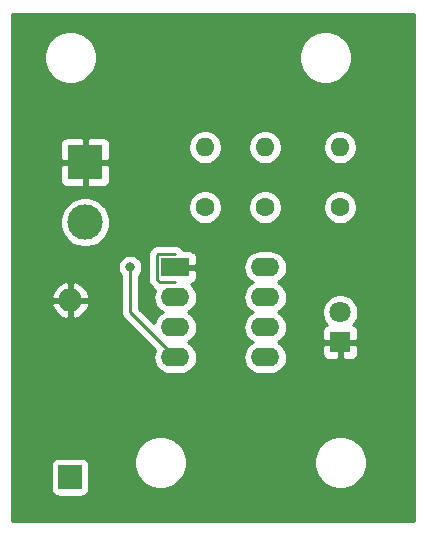
<source format=gbr>
%TF.GenerationSoftware,KiCad,Pcbnew,5.1.9-73d0e3b20d~88~ubuntu20.04.1*%
%TF.CreationDate,2021-02-11T17:45:22+05:30*%
%TF.ProjectId,Design your own Circuit Boards using Kicad Part 1 (FREE software),44657369-676e-4207-996f-7572206f776e,rev?*%
%TF.SameCoordinates,Original*%
%TF.FileFunction,Copper,L2,Bot*%
%TF.FilePolarity,Positive*%
%FSLAX46Y46*%
G04 Gerber Fmt 4.6, Leading zero omitted, Abs format (unit mm)*
G04 Created by KiCad (PCBNEW 5.1.9-73d0e3b20d~88~ubuntu20.04.1) date 2021-02-11 17:45:22*
%MOMM*%
%LPD*%
G01*
G04 APERTURE LIST*
%TA.AperFunction,ComponentPad*%
%ADD10C,1.600000*%
%TD*%
%TA.AperFunction,ComponentPad*%
%ADD11O,1.600000X1.600000*%
%TD*%
%TA.AperFunction,ComponentPad*%
%ADD12R,2.400000X1.600000*%
%TD*%
%TA.AperFunction,ComponentPad*%
%ADD13O,2.400000X1.600000*%
%TD*%
%TA.AperFunction,ComponentPad*%
%ADD14R,3.000000X3.000000*%
%TD*%
%TA.AperFunction,ComponentPad*%
%ADD15C,3.000000*%
%TD*%
%TA.AperFunction,ComponentPad*%
%ADD16R,2.000000X2.000000*%
%TD*%
%TA.AperFunction,ComponentPad*%
%ADD17O,2.000000X2.000000*%
%TD*%
%TA.AperFunction,ComponentPad*%
%ADD18R,1.800000X1.800000*%
%TD*%
%TA.AperFunction,ComponentPad*%
%ADD19C,1.800000*%
%TD*%
%TA.AperFunction,ViaPad*%
%ADD20C,0.800000*%
%TD*%
%TA.AperFunction,Conductor*%
%ADD21C,0.250000*%
%TD*%
%TA.AperFunction,Conductor*%
%ADD22C,0.254000*%
%TD*%
%TA.AperFunction,Conductor*%
%ADD23C,0.100000*%
%TD*%
G04 APERTURE END LIST*
D10*
%TO.P,R1,1*%
%TO.N,+9V*%
X69850000Y-93980000D03*
D11*
%TO.P,R1,2*%
%TO.N,1*%
X69850000Y-88900000D03*
%TD*%
D12*
%TO.P,U1,1*%
%TO.N,GND*%
X62230000Y-99060000D03*
D13*
%TO.P,U1,5*%
%TO.N,Net-(U1-Pad5)*%
X69850000Y-106680000D03*
%TO.P,U1,2*%
%TO.N,Net-(C1-Pad1)*%
X62230000Y-101600000D03*
%TO.P,U1,6*%
X69850000Y-104140000D03*
%TO.P,U1,3*%
%TO.N,Net-(R2-Pad2)*%
X62230000Y-104140000D03*
%TO.P,U1,7*%
%TO.N,1*%
X69850000Y-101600000D03*
%TO.P,U1,4*%
%TO.N,+9V*%
X62230000Y-106680000D03*
%TO.P,U1,8*%
X69850000Y-99060000D03*
%TD*%
D11*
%TO.P,R2,2*%
%TO.N,Net-(R2-Pad2)*%
X64770000Y-88900000D03*
D10*
%TO.P,R2,1*%
%TO.N,Net-(D1-Pad2)*%
X64770000Y-93980000D03*
%TD*%
%TO.P,R3,1*%
%TO.N,1*%
X76200000Y-93980000D03*
D11*
%TO.P,R3,2*%
%TO.N,Net-(C1-Pad1)*%
X76200000Y-88900000D03*
%TD*%
D14*
%TO.P,J1,1*%
%TO.N,GND*%
X54610000Y-90170000D03*
D15*
%TO.P,J1,2*%
%TO.N,+9V*%
X54610000Y-95250000D03*
%TD*%
D16*
%TO.P,C1,1*%
%TO.N,Net-(C1-Pad1)*%
X53340000Y-116840000D03*
D17*
%TO.P,C1,2*%
%TO.N,GND*%
X53340000Y-101840000D03*
%TD*%
D18*
%TO.P,D1,1*%
%TO.N,GND*%
X76200000Y-105410000D03*
D19*
%TO.P,D1,2*%
%TO.N,Net-(D1-Pad2)*%
X76200000Y-102870000D03*
%TD*%
D20*
%TO.N,+9V*%
X58420000Y-99060000D03*
%TD*%
D21*
%TO.N,*%
X60704999Y-100120001D02*
X60704999Y-97999999D01*
X62230000Y-100330000D02*
X60914998Y-100330000D01*
X60914998Y-100330000D02*
X60704999Y-100120001D01*
X60769999Y-97934999D02*
X62230000Y-97934999D01*
X60704999Y-97999999D02*
X60769999Y-97934999D01*
%TO.N,GND*%
X62680010Y-98609990D02*
X62230000Y-99060000D01*
%TO.N,+9V*%
X58420000Y-99060000D02*
X58420000Y-102870000D01*
X58420000Y-102870000D02*
X62230000Y-106680000D01*
%TD*%
D22*
%TO.N,GND*%
X82423000Y-120523000D02*
X48387000Y-120523000D01*
X48387000Y-115840000D01*
X51701928Y-115840000D01*
X51701928Y-117840000D01*
X51714188Y-117964482D01*
X51750498Y-118084180D01*
X51809463Y-118194494D01*
X51888815Y-118291185D01*
X51985506Y-118370537D01*
X52095820Y-118429502D01*
X52215518Y-118465812D01*
X52340000Y-118478072D01*
X54340000Y-118478072D01*
X54464482Y-118465812D01*
X54584180Y-118429502D01*
X54694494Y-118370537D01*
X54791185Y-118291185D01*
X54870537Y-118194494D01*
X54929502Y-118084180D01*
X54965812Y-117964482D01*
X54978072Y-117840000D01*
X54978072Y-115840000D01*
X54965812Y-115715518D01*
X54929502Y-115595820D01*
X54870537Y-115485506D01*
X54791185Y-115388815D01*
X54743733Y-115349872D01*
X58725000Y-115349872D01*
X58725000Y-115790128D01*
X58810890Y-116221925D01*
X58979369Y-116628669D01*
X59223962Y-116994729D01*
X59535271Y-117306038D01*
X59901331Y-117550631D01*
X60308075Y-117719110D01*
X60739872Y-117805000D01*
X61180128Y-117805000D01*
X61611925Y-117719110D01*
X62018669Y-117550631D01*
X62384729Y-117306038D01*
X62696038Y-116994729D01*
X62940631Y-116628669D01*
X63109110Y-116221925D01*
X63195000Y-115790128D01*
X63195000Y-115349872D01*
X73965000Y-115349872D01*
X73965000Y-115790128D01*
X74050890Y-116221925D01*
X74219369Y-116628669D01*
X74463962Y-116994729D01*
X74775271Y-117306038D01*
X75141331Y-117550631D01*
X75548075Y-117719110D01*
X75979872Y-117805000D01*
X76420128Y-117805000D01*
X76851925Y-117719110D01*
X77258669Y-117550631D01*
X77624729Y-117306038D01*
X77936038Y-116994729D01*
X78180631Y-116628669D01*
X78349110Y-116221925D01*
X78435000Y-115790128D01*
X78435000Y-115349872D01*
X78349110Y-114918075D01*
X78180631Y-114511331D01*
X77936038Y-114145271D01*
X77624729Y-113833962D01*
X77258669Y-113589369D01*
X76851925Y-113420890D01*
X76420128Y-113335000D01*
X75979872Y-113335000D01*
X75548075Y-113420890D01*
X75141331Y-113589369D01*
X74775271Y-113833962D01*
X74463962Y-114145271D01*
X74219369Y-114511331D01*
X74050890Y-114918075D01*
X73965000Y-115349872D01*
X63195000Y-115349872D01*
X63109110Y-114918075D01*
X62940631Y-114511331D01*
X62696038Y-114145271D01*
X62384729Y-113833962D01*
X62018669Y-113589369D01*
X61611925Y-113420890D01*
X61180128Y-113335000D01*
X60739872Y-113335000D01*
X60308075Y-113420890D01*
X59901331Y-113589369D01*
X59535271Y-113833962D01*
X59223962Y-114145271D01*
X58979369Y-114511331D01*
X58810890Y-114918075D01*
X58725000Y-115349872D01*
X54743733Y-115349872D01*
X54694494Y-115309463D01*
X54584180Y-115250498D01*
X54464482Y-115214188D01*
X54340000Y-115201928D01*
X52340000Y-115201928D01*
X52215518Y-115214188D01*
X52095820Y-115250498D01*
X51985506Y-115309463D01*
X51888815Y-115388815D01*
X51809463Y-115485506D01*
X51750498Y-115595820D01*
X51714188Y-115715518D01*
X51701928Y-115840000D01*
X48387000Y-115840000D01*
X48387000Y-102220435D01*
X51749871Y-102220435D01*
X51854644Y-102523344D01*
X52016499Y-102799992D01*
X52229215Y-103039748D01*
X52484618Y-103233399D01*
X52772893Y-103373502D01*
X52959566Y-103430124D01*
X53213000Y-103310777D01*
X53213000Y-101967000D01*
X53467000Y-101967000D01*
X53467000Y-103310777D01*
X53720434Y-103430124D01*
X53907107Y-103373502D01*
X54195382Y-103233399D01*
X54450785Y-103039748D01*
X54663501Y-102799992D01*
X54825356Y-102523344D01*
X54930129Y-102220435D01*
X54811315Y-101967000D01*
X53467000Y-101967000D01*
X53213000Y-101967000D01*
X51868685Y-101967000D01*
X51749871Y-102220435D01*
X48387000Y-102220435D01*
X48387000Y-101459565D01*
X51749871Y-101459565D01*
X51868685Y-101713000D01*
X53213000Y-101713000D01*
X53213000Y-100369223D01*
X53467000Y-100369223D01*
X53467000Y-101713000D01*
X54811315Y-101713000D01*
X54930129Y-101459565D01*
X54825356Y-101156656D01*
X54663501Y-100880008D01*
X54450785Y-100640252D01*
X54195382Y-100446601D01*
X53907107Y-100306498D01*
X53720434Y-100249876D01*
X53467000Y-100369223D01*
X53213000Y-100369223D01*
X52959566Y-100249876D01*
X52772893Y-100306498D01*
X52484618Y-100446601D01*
X52229215Y-100640252D01*
X52016499Y-100880008D01*
X51854644Y-101156656D01*
X51749871Y-101459565D01*
X48387000Y-101459565D01*
X48387000Y-98958061D01*
X57385000Y-98958061D01*
X57385000Y-99161939D01*
X57424774Y-99361898D01*
X57502795Y-99550256D01*
X57616063Y-99719774D01*
X57660000Y-99763711D01*
X57660001Y-102832668D01*
X57656324Y-102870000D01*
X57660001Y-102907333D01*
X57662449Y-102932182D01*
X57670998Y-103018985D01*
X57714454Y-103162246D01*
X57785026Y-103294276D01*
X57821648Y-103338899D01*
X57880000Y-103410001D01*
X57908998Y-103433799D01*
X60534592Y-106059393D01*
X60497818Y-106128192D01*
X60415764Y-106398691D01*
X60388057Y-106680000D01*
X60415764Y-106961309D01*
X60497818Y-107231808D01*
X60631068Y-107481101D01*
X60810392Y-107699608D01*
X61028899Y-107878932D01*
X61278192Y-108012182D01*
X61548691Y-108094236D01*
X61759508Y-108115000D01*
X62700492Y-108115000D01*
X62911309Y-108094236D01*
X63181808Y-108012182D01*
X63431101Y-107878932D01*
X63649608Y-107699608D01*
X63828932Y-107481101D01*
X63962182Y-107231808D01*
X64044236Y-106961309D01*
X64071943Y-106680000D01*
X64044236Y-106398691D01*
X63962182Y-106128192D01*
X63828932Y-105878899D01*
X63649608Y-105660392D01*
X63431101Y-105481068D01*
X63298142Y-105410000D01*
X63431101Y-105338932D01*
X63649608Y-105159608D01*
X63828932Y-104941101D01*
X63962182Y-104691808D01*
X64044236Y-104421309D01*
X64071943Y-104140000D01*
X64044236Y-103858691D01*
X63962182Y-103588192D01*
X63828932Y-103338899D01*
X63649608Y-103120392D01*
X63431101Y-102941068D01*
X63298142Y-102870000D01*
X63431101Y-102798932D01*
X63649608Y-102619608D01*
X63828932Y-102401101D01*
X63962182Y-102151808D01*
X64044236Y-101881309D01*
X64071943Y-101600000D01*
X64044236Y-101318691D01*
X63962182Y-101048192D01*
X63828932Y-100798899D01*
X63649608Y-100580392D01*
X63536518Y-100487581D01*
X63554482Y-100485812D01*
X63674180Y-100449502D01*
X63784494Y-100390537D01*
X63881185Y-100311185D01*
X63960537Y-100214494D01*
X64019502Y-100104180D01*
X64055812Y-99984482D01*
X64068072Y-99860000D01*
X64065000Y-99345750D01*
X63906250Y-99187000D01*
X62357000Y-99187000D01*
X62357000Y-99207000D01*
X62103000Y-99207000D01*
X62103000Y-99187000D01*
X62083000Y-99187000D01*
X62083000Y-99060000D01*
X68008057Y-99060000D01*
X68035764Y-99341309D01*
X68117818Y-99611808D01*
X68251068Y-99861101D01*
X68430392Y-100079608D01*
X68648899Y-100258932D01*
X68781858Y-100330000D01*
X68648899Y-100401068D01*
X68430392Y-100580392D01*
X68251068Y-100798899D01*
X68117818Y-101048192D01*
X68035764Y-101318691D01*
X68008057Y-101600000D01*
X68035764Y-101881309D01*
X68117818Y-102151808D01*
X68251068Y-102401101D01*
X68430392Y-102619608D01*
X68648899Y-102798932D01*
X68781858Y-102870000D01*
X68648899Y-102941068D01*
X68430392Y-103120392D01*
X68251068Y-103338899D01*
X68117818Y-103588192D01*
X68035764Y-103858691D01*
X68008057Y-104140000D01*
X68035764Y-104421309D01*
X68117818Y-104691808D01*
X68251068Y-104941101D01*
X68430392Y-105159608D01*
X68648899Y-105338932D01*
X68781858Y-105410000D01*
X68648899Y-105481068D01*
X68430392Y-105660392D01*
X68251068Y-105878899D01*
X68117818Y-106128192D01*
X68035764Y-106398691D01*
X68008057Y-106680000D01*
X68035764Y-106961309D01*
X68117818Y-107231808D01*
X68251068Y-107481101D01*
X68430392Y-107699608D01*
X68648899Y-107878932D01*
X68898192Y-108012182D01*
X69168691Y-108094236D01*
X69379508Y-108115000D01*
X70320492Y-108115000D01*
X70531309Y-108094236D01*
X70801808Y-108012182D01*
X71051101Y-107878932D01*
X71269608Y-107699608D01*
X71448932Y-107481101D01*
X71582182Y-107231808D01*
X71664236Y-106961309D01*
X71691943Y-106680000D01*
X71664236Y-106398691D01*
X71637333Y-106310000D01*
X74661928Y-106310000D01*
X74674188Y-106434482D01*
X74710498Y-106554180D01*
X74769463Y-106664494D01*
X74848815Y-106761185D01*
X74945506Y-106840537D01*
X75055820Y-106899502D01*
X75175518Y-106935812D01*
X75300000Y-106948072D01*
X75914250Y-106945000D01*
X76073000Y-106786250D01*
X76073000Y-105537000D01*
X76327000Y-105537000D01*
X76327000Y-106786250D01*
X76485750Y-106945000D01*
X77100000Y-106948072D01*
X77224482Y-106935812D01*
X77344180Y-106899502D01*
X77454494Y-106840537D01*
X77551185Y-106761185D01*
X77630537Y-106664494D01*
X77689502Y-106554180D01*
X77725812Y-106434482D01*
X77738072Y-106310000D01*
X77735000Y-105695750D01*
X77576250Y-105537000D01*
X76327000Y-105537000D01*
X76073000Y-105537000D01*
X74823750Y-105537000D01*
X74665000Y-105695750D01*
X74661928Y-106310000D01*
X71637333Y-106310000D01*
X71582182Y-106128192D01*
X71448932Y-105878899D01*
X71269608Y-105660392D01*
X71051101Y-105481068D01*
X70918142Y-105410000D01*
X71051101Y-105338932D01*
X71269608Y-105159608D01*
X71448932Y-104941101D01*
X71582182Y-104691808D01*
X71637332Y-104510000D01*
X74661928Y-104510000D01*
X74665000Y-105124250D01*
X74823750Y-105283000D01*
X76073000Y-105283000D01*
X76073000Y-105263000D01*
X76327000Y-105263000D01*
X76327000Y-105283000D01*
X77576250Y-105283000D01*
X77735000Y-105124250D01*
X77738072Y-104510000D01*
X77725812Y-104385518D01*
X77689502Y-104265820D01*
X77630537Y-104155506D01*
X77551185Y-104058815D01*
X77454494Y-103979463D01*
X77344180Y-103920498D01*
X77325873Y-103914944D01*
X77392312Y-103848505D01*
X77560299Y-103597095D01*
X77676011Y-103317743D01*
X77735000Y-103021184D01*
X77735000Y-102718816D01*
X77676011Y-102422257D01*
X77560299Y-102142905D01*
X77392312Y-101891495D01*
X77178505Y-101677688D01*
X76927095Y-101509701D01*
X76647743Y-101393989D01*
X76351184Y-101335000D01*
X76048816Y-101335000D01*
X75752257Y-101393989D01*
X75472905Y-101509701D01*
X75221495Y-101677688D01*
X75007688Y-101891495D01*
X74839701Y-102142905D01*
X74723989Y-102422257D01*
X74665000Y-102718816D01*
X74665000Y-103021184D01*
X74723989Y-103317743D01*
X74839701Y-103597095D01*
X75007688Y-103848505D01*
X75074127Y-103914944D01*
X75055820Y-103920498D01*
X74945506Y-103979463D01*
X74848815Y-104058815D01*
X74769463Y-104155506D01*
X74710498Y-104265820D01*
X74674188Y-104385518D01*
X74661928Y-104510000D01*
X71637332Y-104510000D01*
X71664236Y-104421309D01*
X71691943Y-104140000D01*
X71664236Y-103858691D01*
X71582182Y-103588192D01*
X71448932Y-103338899D01*
X71269608Y-103120392D01*
X71051101Y-102941068D01*
X70918142Y-102870000D01*
X71051101Y-102798932D01*
X71269608Y-102619608D01*
X71448932Y-102401101D01*
X71582182Y-102151808D01*
X71664236Y-101881309D01*
X71691943Y-101600000D01*
X71664236Y-101318691D01*
X71582182Y-101048192D01*
X71448932Y-100798899D01*
X71269608Y-100580392D01*
X71051101Y-100401068D01*
X70918142Y-100330000D01*
X71051101Y-100258932D01*
X71269608Y-100079608D01*
X71448932Y-99861101D01*
X71582182Y-99611808D01*
X71664236Y-99341309D01*
X71691943Y-99060000D01*
X71664236Y-98778691D01*
X71582182Y-98508192D01*
X71448932Y-98258899D01*
X71269608Y-98040392D01*
X71051101Y-97861068D01*
X70801808Y-97727818D01*
X70531309Y-97645764D01*
X70320492Y-97625000D01*
X69379508Y-97625000D01*
X69168691Y-97645764D01*
X68898192Y-97727818D01*
X68648899Y-97861068D01*
X68430392Y-98040392D01*
X68251068Y-98258899D01*
X68117818Y-98508192D01*
X68035764Y-98778691D01*
X68008057Y-99060000D01*
X62083000Y-99060000D01*
X62083000Y-98933000D01*
X62103000Y-98933000D01*
X62103000Y-98913000D01*
X62357000Y-98913000D01*
X62357000Y-98933000D01*
X63906250Y-98933000D01*
X64065000Y-98774250D01*
X64068072Y-98260000D01*
X64055812Y-98135518D01*
X64019502Y-98015820D01*
X63960537Y-97905506D01*
X63881185Y-97808815D01*
X63784494Y-97729463D01*
X63674180Y-97670498D01*
X63554482Y-97634188D01*
X63430000Y-97621928D01*
X62925322Y-97623624D01*
X62864974Y-97510723D01*
X62770001Y-97394998D01*
X62654276Y-97300025D01*
X62522247Y-97229453D01*
X62378986Y-97185996D01*
X62267333Y-97174999D01*
X60807322Y-97174999D01*
X60769999Y-97171323D01*
X60732677Y-97174999D01*
X60732666Y-97174999D01*
X60621013Y-97185996D01*
X60477752Y-97229453D01*
X60345723Y-97300025D01*
X60229998Y-97394998D01*
X60206195Y-97424002D01*
X60193997Y-97436200D01*
X60164999Y-97459998D01*
X60141201Y-97488996D01*
X60141200Y-97488997D01*
X60070025Y-97575723D01*
X59999453Y-97707753D01*
X59955997Y-97851014D01*
X59941323Y-97999999D01*
X59945000Y-98037331D01*
X59944999Y-100082678D01*
X59941323Y-100120001D01*
X59944999Y-100157323D01*
X59944999Y-100157333D01*
X59955996Y-100268986D01*
X59996062Y-100401068D01*
X59999453Y-100412247D01*
X60070025Y-100544277D01*
X60099664Y-100580392D01*
X60164998Y-100660002D01*
X60194001Y-100683804D01*
X60351198Y-100841002D01*
X60374997Y-100870001D01*
X60490722Y-100964974D01*
X60530838Y-100986417D01*
X60497818Y-101048192D01*
X60415764Y-101318691D01*
X60388057Y-101600000D01*
X60415764Y-101881309D01*
X60497818Y-102151808D01*
X60631068Y-102401101D01*
X60810392Y-102619608D01*
X61028899Y-102798932D01*
X61161858Y-102870000D01*
X61028899Y-102941068D01*
X60810392Y-103120392D01*
X60631068Y-103338899D01*
X60497818Y-103588192D01*
X60431527Y-103806726D01*
X59180000Y-102555199D01*
X59180000Y-99763711D01*
X59223937Y-99719774D01*
X59337205Y-99550256D01*
X59415226Y-99361898D01*
X59455000Y-99161939D01*
X59455000Y-98958061D01*
X59415226Y-98758102D01*
X59337205Y-98569744D01*
X59223937Y-98400226D01*
X59079774Y-98256063D01*
X58910256Y-98142795D01*
X58721898Y-98064774D01*
X58521939Y-98025000D01*
X58318061Y-98025000D01*
X58118102Y-98064774D01*
X57929744Y-98142795D01*
X57760226Y-98256063D01*
X57616063Y-98400226D01*
X57502795Y-98569744D01*
X57424774Y-98758102D01*
X57385000Y-98958061D01*
X48387000Y-98958061D01*
X48387000Y-95039721D01*
X52475000Y-95039721D01*
X52475000Y-95460279D01*
X52557047Y-95872756D01*
X52717988Y-96261302D01*
X52951637Y-96610983D01*
X53249017Y-96908363D01*
X53598698Y-97142012D01*
X53987244Y-97302953D01*
X54399721Y-97385000D01*
X54820279Y-97385000D01*
X55232756Y-97302953D01*
X55621302Y-97142012D01*
X55970983Y-96908363D01*
X56268363Y-96610983D01*
X56502012Y-96261302D01*
X56662953Y-95872756D01*
X56745000Y-95460279D01*
X56745000Y-95039721D01*
X56662953Y-94627244D01*
X56502012Y-94238698D01*
X56268363Y-93889017D01*
X56218011Y-93838665D01*
X63335000Y-93838665D01*
X63335000Y-94121335D01*
X63390147Y-94398574D01*
X63498320Y-94659727D01*
X63655363Y-94894759D01*
X63855241Y-95094637D01*
X64090273Y-95251680D01*
X64351426Y-95359853D01*
X64628665Y-95415000D01*
X64911335Y-95415000D01*
X65188574Y-95359853D01*
X65449727Y-95251680D01*
X65684759Y-95094637D01*
X65884637Y-94894759D01*
X66041680Y-94659727D01*
X66149853Y-94398574D01*
X66205000Y-94121335D01*
X66205000Y-93838665D01*
X68415000Y-93838665D01*
X68415000Y-94121335D01*
X68470147Y-94398574D01*
X68578320Y-94659727D01*
X68735363Y-94894759D01*
X68935241Y-95094637D01*
X69170273Y-95251680D01*
X69431426Y-95359853D01*
X69708665Y-95415000D01*
X69991335Y-95415000D01*
X70268574Y-95359853D01*
X70529727Y-95251680D01*
X70764759Y-95094637D01*
X70964637Y-94894759D01*
X71121680Y-94659727D01*
X71229853Y-94398574D01*
X71285000Y-94121335D01*
X71285000Y-93838665D01*
X74765000Y-93838665D01*
X74765000Y-94121335D01*
X74820147Y-94398574D01*
X74928320Y-94659727D01*
X75085363Y-94894759D01*
X75285241Y-95094637D01*
X75520273Y-95251680D01*
X75781426Y-95359853D01*
X76058665Y-95415000D01*
X76341335Y-95415000D01*
X76618574Y-95359853D01*
X76879727Y-95251680D01*
X77114759Y-95094637D01*
X77314637Y-94894759D01*
X77471680Y-94659727D01*
X77579853Y-94398574D01*
X77635000Y-94121335D01*
X77635000Y-93838665D01*
X77579853Y-93561426D01*
X77471680Y-93300273D01*
X77314637Y-93065241D01*
X77114759Y-92865363D01*
X76879727Y-92708320D01*
X76618574Y-92600147D01*
X76341335Y-92545000D01*
X76058665Y-92545000D01*
X75781426Y-92600147D01*
X75520273Y-92708320D01*
X75285241Y-92865363D01*
X75085363Y-93065241D01*
X74928320Y-93300273D01*
X74820147Y-93561426D01*
X74765000Y-93838665D01*
X71285000Y-93838665D01*
X71229853Y-93561426D01*
X71121680Y-93300273D01*
X70964637Y-93065241D01*
X70764759Y-92865363D01*
X70529727Y-92708320D01*
X70268574Y-92600147D01*
X69991335Y-92545000D01*
X69708665Y-92545000D01*
X69431426Y-92600147D01*
X69170273Y-92708320D01*
X68935241Y-92865363D01*
X68735363Y-93065241D01*
X68578320Y-93300273D01*
X68470147Y-93561426D01*
X68415000Y-93838665D01*
X66205000Y-93838665D01*
X66149853Y-93561426D01*
X66041680Y-93300273D01*
X65884637Y-93065241D01*
X65684759Y-92865363D01*
X65449727Y-92708320D01*
X65188574Y-92600147D01*
X64911335Y-92545000D01*
X64628665Y-92545000D01*
X64351426Y-92600147D01*
X64090273Y-92708320D01*
X63855241Y-92865363D01*
X63655363Y-93065241D01*
X63498320Y-93300273D01*
X63390147Y-93561426D01*
X63335000Y-93838665D01*
X56218011Y-93838665D01*
X55970983Y-93591637D01*
X55621302Y-93357988D01*
X55232756Y-93197047D01*
X54820279Y-93115000D01*
X54399721Y-93115000D01*
X53987244Y-93197047D01*
X53598698Y-93357988D01*
X53249017Y-93591637D01*
X52951637Y-93889017D01*
X52717988Y-94238698D01*
X52557047Y-94627244D01*
X52475000Y-95039721D01*
X48387000Y-95039721D01*
X48387000Y-91670000D01*
X52471928Y-91670000D01*
X52484188Y-91794482D01*
X52520498Y-91914180D01*
X52579463Y-92024494D01*
X52658815Y-92121185D01*
X52755506Y-92200537D01*
X52865820Y-92259502D01*
X52985518Y-92295812D01*
X53110000Y-92308072D01*
X54324250Y-92305000D01*
X54483000Y-92146250D01*
X54483000Y-90297000D01*
X54737000Y-90297000D01*
X54737000Y-92146250D01*
X54895750Y-92305000D01*
X56110000Y-92308072D01*
X56234482Y-92295812D01*
X56354180Y-92259502D01*
X56464494Y-92200537D01*
X56561185Y-92121185D01*
X56640537Y-92024494D01*
X56699502Y-91914180D01*
X56735812Y-91794482D01*
X56748072Y-91670000D01*
X56745000Y-90455750D01*
X56586250Y-90297000D01*
X54737000Y-90297000D01*
X54483000Y-90297000D01*
X52633750Y-90297000D01*
X52475000Y-90455750D01*
X52471928Y-91670000D01*
X48387000Y-91670000D01*
X48387000Y-88670000D01*
X52471928Y-88670000D01*
X52475000Y-89884250D01*
X52633750Y-90043000D01*
X54483000Y-90043000D01*
X54483000Y-88193750D01*
X54737000Y-88193750D01*
X54737000Y-90043000D01*
X56586250Y-90043000D01*
X56745000Y-89884250D01*
X56747847Y-88758665D01*
X63335000Y-88758665D01*
X63335000Y-89041335D01*
X63390147Y-89318574D01*
X63498320Y-89579727D01*
X63655363Y-89814759D01*
X63855241Y-90014637D01*
X64090273Y-90171680D01*
X64351426Y-90279853D01*
X64628665Y-90335000D01*
X64911335Y-90335000D01*
X65188574Y-90279853D01*
X65449727Y-90171680D01*
X65684759Y-90014637D01*
X65884637Y-89814759D01*
X66041680Y-89579727D01*
X66149853Y-89318574D01*
X66205000Y-89041335D01*
X66205000Y-88758665D01*
X68415000Y-88758665D01*
X68415000Y-89041335D01*
X68470147Y-89318574D01*
X68578320Y-89579727D01*
X68735363Y-89814759D01*
X68935241Y-90014637D01*
X69170273Y-90171680D01*
X69431426Y-90279853D01*
X69708665Y-90335000D01*
X69991335Y-90335000D01*
X70268574Y-90279853D01*
X70529727Y-90171680D01*
X70764759Y-90014637D01*
X70964637Y-89814759D01*
X71121680Y-89579727D01*
X71229853Y-89318574D01*
X71285000Y-89041335D01*
X71285000Y-88758665D01*
X74765000Y-88758665D01*
X74765000Y-89041335D01*
X74820147Y-89318574D01*
X74928320Y-89579727D01*
X75085363Y-89814759D01*
X75285241Y-90014637D01*
X75520273Y-90171680D01*
X75781426Y-90279853D01*
X76058665Y-90335000D01*
X76341335Y-90335000D01*
X76618574Y-90279853D01*
X76879727Y-90171680D01*
X77114759Y-90014637D01*
X77314637Y-89814759D01*
X77471680Y-89579727D01*
X77579853Y-89318574D01*
X77635000Y-89041335D01*
X77635000Y-88758665D01*
X77579853Y-88481426D01*
X77471680Y-88220273D01*
X77314637Y-87985241D01*
X77114759Y-87785363D01*
X76879727Y-87628320D01*
X76618574Y-87520147D01*
X76341335Y-87465000D01*
X76058665Y-87465000D01*
X75781426Y-87520147D01*
X75520273Y-87628320D01*
X75285241Y-87785363D01*
X75085363Y-87985241D01*
X74928320Y-88220273D01*
X74820147Y-88481426D01*
X74765000Y-88758665D01*
X71285000Y-88758665D01*
X71229853Y-88481426D01*
X71121680Y-88220273D01*
X70964637Y-87985241D01*
X70764759Y-87785363D01*
X70529727Y-87628320D01*
X70268574Y-87520147D01*
X69991335Y-87465000D01*
X69708665Y-87465000D01*
X69431426Y-87520147D01*
X69170273Y-87628320D01*
X68935241Y-87785363D01*
X68735363Y-87985241D01*
X68578320Y-88220273D01*
X68470147Y-88481426D01*
X68415000Y-88758665D01*
X66205000Y-88758665D01*
X66149853Y-88481426D01*
X66041680Y-88220273D01*
X65884637Y-87985241D01*
X65684759Y-87785363D01*
X65449727Y-87628320D01*
X65188574Y-87520147D01*
X64911335Y-87465000D01*
X64628665Y-87465000D01*
X64351426Y-87520147D01*
X64090273Y-87628320D01*
X63855241Y-87785363D01*
X63655363Y-87985241D01*
X63498320Y-88220273D01*
X63390147Y-88481426D01*
X63335000Y-88758665D01*
X56747847Y-88758665D01*
X56748072Y-88670000D01*
X56735812Y-88545518D01*
X56699502Y-88425820D01*
X56640537Y-88315506D01*
X56561185Y-88218815D01*
X56464494Y-88139463D01*
X56354180Y-88080498D01*
X56234482Y-88044188D01*
X56110000Y-88031928D01*
X54895750Y-88035000D01*
X54737000Y-88193750D01*
X54483000Y-88193750D01*
X54324250Y-88035000D01*
X53110000Y-88031928D01*
X52985518Y-88044188D01*
X52865820Y-88080498D01*
X52755506Y-88139463D01*
X52658815Y-88218815D01*
X52579463Y-88315506D01*
X52520498Y-88425820D01*
X52484188Y-88545518D01*
X52471928Y-88670000D01*
X48387000Y-88670000D01*
X48387000Y-81059872D01*
X51105000Y-81059872D01*
X51105000Y-81500128D01*
X51190890Y-81931925D01*
X51359369Y-82338669D01*
X51603962Y-82704729D01*
X51915271Y-83016038D01*
X52281331Y-83260631D01*
X52688075Y-83429110D01*
X53119872Y-83515000D01*
X53560128Y-83515000D01*
X53991925Y-83429110D01*
X54398669Y-83260631D01*
X54764729Y-83016038D01*
X55076038Y-82704729D01*
X55320631Y-82338669D01*
X55489110Y-81931925D01*
X55575000Y-81500128D01*
X55575000Y-81059872D01*
X72695000Y-81059872D01*
X72695000Y-81500128D01*
X72780890Y-81931925D01*
X72949369Y-82338669D01*
X73193962Y-82704729D01*
X73505271Y-83016038D01*
X73871331Y-83260631D01*
X74278075Y-83429110D01*
X74709872Y-83515000D01*
X75150128Y-83515000D01*
X75581925Y-83429110D01*
X75988669Y-83260631D01*
X76354729Y-83016038D01*
X76666038Y-82704729D01*
X76910631Y-82338669D01*
X77079110Y-81931925D01*
X77165000Y-81500128D01*
X77165000Y-81059872D01*
X77079110Y-80628075D01*
X76910631Y-80221331D01*
X76666038Y-79855271D01*
X76354729Y-79543962D01*
X75988669Y-79299369D01*
X75581925Y-79130890D01*
X75150128Y-79045000D01*
X74709872Y-79045000D01*
X74278075Y-79130890D01*
X73871331Y-79299369D01*
X73505271Y-79543962D01*
X73193962Y-79855271D01*
X72949369Y-80221331D01*
X72780890Y-80628075D01*
X72695000Y-81059872D01*
X55575000Y-81059872D01*
X55489110Y-80628075D01*
X55320631Y-80221331D01*
X55076038Y-79855271D01*
X54764729Y-79543962D01*
X54398669Y-79299369D01*
X53991925Y-79130890D01*
X53560128Y-79045000D01*
X53119872Y-79045000D01*
X52688075Y-79130890D01*
X52281331Y-79299369D01*
X51915271Y-79543962D01*
X51603962Y-79855271D01*
X51359369Y-80221331D01*
X51190890Y-80628075D01*
X51105000Y-81059872D01*
X48387000Y-81059872D01*
X48387000Y-77597000D01*
X82423000Y-77597000D01*
X82423000Y-120523000D01*
%TA.AperFunction,Conductor*%
D23*
G36*
X82423000Y-120523000D02*
G01*
X48387000Y-120523000D01*
X48387000Y-115840000D01*
X51701928Y-115840000D01*
X51701928Y-117840000D01*
X51714188Y-117964482D01*
X51750498Y-118084180D01*
X51809463Y-118194494D01*
X51888815Y-118291185D01*
X51985506Y-118370537D01*
X52095820Y-118429502D01*
X52215518Y-118465812D01*
X52340000Y-118478072D01*
X54340000Y-118478072D01*
X54464482Y-118465812D01*
X54584180Y-118429502D01*
X54694494Y-118370537D01*
X54791185Y-118291185D01*
X54870537Y-118194494D01*
X54929502Y-118084180D01*
X54965812Y-117964482D01*
X54978072Y-117840000D01*
X54978072Y-115840000D01*
X54965812Y-115715518D01*
X54929502Y-115595820D01*
X54870537Y-115485506D01*
X54791185Y-115388815D01*
X54743733Y-115349872D01*
X58725000Y-115349872D01*
X58725000Y-115790128D01*
X58810890Y-116221925D01*
X58979369Y-116628669D01*
X59223962Y-116994729D01*
X59535271Y-117306038D01*
X59901331Y-117550631D01*
X60308075Y-117719110D01*
X60739872Y-117805000D01*
X61180128Y-117805000D01*
X61611925Y-117719110D01*
X62018669Y-117550631D01*
X62384729Y-117306038D01*
X62696038Y-116994729D01*
X62940631Y-116628669D01*
X63109110Y-116221925D01*
X63195000Y-115790128D01*
X63195000Y-115349872D01*
X73965000Y-115349872D01*
X73965000Y-115790128D01*
X74050890Y-116221925D01*
X74219369Y-116628669D01*
X74463962Y-116994729D01*
X74775271Y-117306038D01*
X75141331Y-117550631D01*
X75548075Y-117719110D01*
X75979872Y-117805000D01*
X76420128Y-117805000D01*
X76851925Y-117719110D01*
X77258669Y-117550631D01*
X77624729Y-117306038D01*
X77936038Y-116994729D01*
X78180631Y-116628669D01*
X78349110Y-116221925D01*
X78435000Y-115790128D01*
X78435000Y-115349872D01*
X78349110Y-114918075D01*
X78180631Y-114511331D01*
X77936038Y-114145271D01*
X77624729Y-113833962D01*
X77258669Y-113589369D01*
X76851925Y-113420890D01*
X76420128Y-113335000D01*
X75979872Y-113335000D01*
X75548075Y-113420890D01*
X75141331Y-113589369D01*
X74775271Y-113833962D01*
X74463962Y-114145271D01*
X74219369Y-114511331D01*
X74050890Y-114918075D01*
X73965000Y-115349872D01*
X63195000Y-115349872D01*
X63109110Y-114918075D01*
X62940631Y-114511331D01*
X62696038Y-114145271D01*
X62384729Y-113833962D01*
X62018669Y-113589369D01*
X61611925Y-113420890D01*
X61180128Y-113335000D01*
X60739872Y-113335000D01*
X60308075Y-113420890D01*
X59901331Y-113589369D01*
X59535271Y-113833962D01*
X59223962Y-114145271D01*
X58979369Y-114511331D01*
X58810890Y-114918075D01*
X58725000Y-115349872D01*
X54743733Y-115349872D01*
X54694494Y-115309463D01*
X54584180Y-115250498D01*
X54464482Y-115214188D01*
X54340000Y-115201928D01*
X52340000Y-115201928D01*
X52215518Y-115214188D01*
X52095820Y-115250498D01*
X51985506Y-115309463D01*
X51888815Y-115388815D01*
X51809463Y-115485506D01*
X51750498Y-115595820D01*
X51714188Y-115715518D01*
X51701928Y-115840000D01*
X48387000Y-115840000D01*
X48387000Y-102220435D01*
X51749871Y-102220435D01*
X51854644Y-102523344D01*
X52016499Y-102799992D01*
X52229215Y-103039748D01*
X52484618Y-103233399D01*
X52772893Y-103373502D01*
X52959566Y-103430124D01*
X53213000Y-103310777D01*
X53213000Y-101967000D01*
X53467000Y-101967000D01*
X53467000Y-103310777D01*
X53720434Y-103430124D01*
X53907107Y-103373502D01*
X54195382Y-103233399D01*
X54450785Y-103039748D01*
X54663501Y-102799992D01*
X54825356Y-102523344D01*
X54930129Y-102220435D01*
X54811315Y-101967000D01*
X53467000Y-101967000D01*
X53213000Y-101967000D01*
X51868685Y-101967000D01*
X51749871Y-102220435D01*
X48387000Y-102220435D01*
X48387000Y-101459565D01*
X51749871Y-101459565D01*
X51868685Y-101713000D01*
X53213000Y-101713000D01*
X53213000Y-100369223D01*
X53467000Y-100369223D01*
X53467000Y-101713000D01*
X54811315Y-101713000D01*
X54930129Y-101459565D01*
X54825356Y-101156656D01*
X54663501Y-100880008D01*
X54450785Y-100640252D01*
X54195382Y-100446601D01*
X53907107Y-100306498D01*
X53720434Y-100249876D01*
X53467000Y-100369223D01*
X53213000Y-100369223D01*
X52959566Y-100249876D01*
X52772893Y-100306498D01*
X52484618Y-100446601D01*
X52229215Y-100640252D01*
X52016499Y-100880008D01*
X51854644Y-101156656D01*
X51749871Y-101459565D01*
X48387000Y-101459565D01*
X48387000Y-98958061D01*
X57385000Y-98958061D01*
X57385000Y-99161939D01*
X57424774Y-99361898D01*
X57502795Y-99550256D01*
X57616063Y-99719774D01*
X57660000Y-99763711D01*
X57660001Y-102832668D01*
X57656324Y-102870000D01*
X57660001Y-102907333D01*
X57662449Y-102932182D01*
X57670998Y-103018985D01*
X57714454Y-103162246D01*
X57785026Y-103294276D01*
X57821648Y-103338899D01*
X57880000Y-103410001D01*
X57908998Y-103433799D01*
X60534592Y-106059393D01*
X60497818Y-106128192D01*
X60415764Y-106398691D01*
X60388057Y-106680000D01*
X60415764Y-106961309D01*
X60497818Y-107231808D01*
X60631068Y-107481101D01*
X60810392Y-107699608D01*
X61028899Y-107878932D01*
X61278192Y-108012182D01*
X61548691Y-108094236D01*
X61759508Y-108115000D01*
X62700492Y-108115000D01*
X62911309Y-108094236D01*
X63181808Y-108012182D01*
X63431101Y-107878932D01*
X63649608Y-107699608D01*
X63828932Y-107481101D01*
X63962182Y-107231808D01*
X64044236Y-106961309D01*
X64071943Y-106680000D01*
X64044236Y-106398691D01*
X63962182Y-106128192D01*
X63828932Y-105878899D01*
X63649608Y-105660392D01*
X63431101Y-105481068D01*
X63298142Y-105410000D01*
X63431101Y-105338932D01*
X63649608Y-105159608D01*
X63828932Y-104941101D01*
X63962182Y-104691808D01*
X64044236Y-104421309D01*
X64071943Y-104140000D01*
X64044236Y-103858691D01*
X63962182Y-103588192D01*
X63828932Y-103338899D01*
X63649608Y-103120392D01*
X63431101Y-102941068D01*
X63298142Y-102870000D01*
X63431101Y-102798932D01*
X63649608Y-102619608D01*
X63828932Y-102401101D01*
X63962182Y-102151808D01*
X64044236Y-101881309D01*
X64071943Y-101600000D01*
X64044236Y-101318691D01*
X63962182Y-101048192D01*
X63828932Y-100798899D01*
X63649608Y-100580392D01*
X63536518Y-100487581D01*
X63554482Y-100485812D01*
X63674180Y-100449502D01*
X63784494Y-100390537D01*
X63881185Y-100311185D01*
X63960537Y-100214494D01*
X64019502Y-100104180D01*
X64055812Y-99984482D01*
X64068072Y-99860000D01*
X64065000Y-99345750D01*
X63906250Y-99187000D01*
X62357000Y-99187000D01*
X62357000Y-99207000D01*
X62103000Y-99207000D01*
X62103000Y-99187000D01*
X62083000Y-99187000D01*
X62083000Y-99060000D01*
X68008057Y-99060000D01*
X68035764Y-99341309D01*
X68117818Y-99611808D01*
X68251068Y-99861101D01*
X68430392Y-100079608D01*
X68648899Y-100258932D01*
X68781858Y-100330000D01*
X68648899Y-100401068D01*
X68430392Y-100580392D01*
X68251068Y-100798899D01*
X68117818Y-101048192D01*
X68035764Y-101318691D01*
X68008057Y-101600000D01*
X68035764Y-101881309D01*
X68117818Y-102151808D01*
X68251068Y-102401101D01*
X68430392Y-102619608D01*
X68648899Y-102798932D01*
X68781858Y-102870000D01*
X68648899Y-102941068D01*
X68430392Y-103120392D01*
X68251068Y-103338899D01*
X68117818Y-103588192D01*
X68035764Y-103858691D01*
X68008057Y-104140000D01*
X68035764Y-104421309D01*
X68117818Y-104691808D01*
X68251068Y-104941101D01*
X68430392Y-105159608D01*
X68648899Y-105338932D01*
X68781858Y-105410000D01*
X68648899Y-105481068D01*
X68430392Y-105660392D01*
X68251068Y-105878899D01*
X68117818Y-106128192D01*
X68035764Y-106398691D01*
X68008057Y-106680000D01*
X68035764Y-106961309D01*
X68117818Y-107231808D01*
X68251068Y-107481101D01*
X68430392Y-107699608D01*
X68648899Y-107878932D01*
X68898192Y-108012182D01*
X69168691Y-108094236D01*
X69379508Y-108115000D01*
X70320492Y-108115000D01*
X70531309Y-108094236D01*
X70801808Y-108012182D01*
X71051101Y-107878932D01*
X71269608Y-107699608D01*
X71448932Y-107481101D01*
X71582182Y-107231808D01*
X71664236Y-106961309D01*
X71691943Y-106680000D01*
X71664236Y-106398691D01*
X71637333Y-106310000D01*
X74661928Y-106310000D01*
X74674188Y-106434482D01*
X74710498Y-106554180D01*
X74769463Y-106664494D01*
X74848815Y-106761185D01*
X74945506Y-106840537D01*
X75055820Y-106899502D01*
X75175518Y-106935812D01*
X75300000Y-106948072D01*
X75914250Y-106945000D01*
X76073000Y-106786250D01*
X76073000Y-105537000D01*
X76327000Y-105537000D01*
X76327000Y-106786250D01*
X76485750Y-106945000D01*
X77100000Y-106948072D01*
X77224482Y-106935812D01*
X77344180Y-106899502D01*
X77454494Y-106840537D01*
X77551185Y-106761185D01*
X77630537Y-106664494D01*
X77689502Y-106554180D01*
X77725812Y-106434482D01*
X77738072Y-106310000D01*
X77735000Y-105695750D01*
X77576250Y-105537000D01*
X76327000Y-105537000D01*
X76073000Y-105537000D01*
X74823750Y-105537000D01*
X74665000Y-105695750D01*
X74661928Y-106310000D01*
X71637333Y-106310000D01*
X71582182Y-106128192D01*
X71448932Y-105878899D01*
X71269608Y-105660392D01*
X71051101Y-105481068D01*
X70918142Y-105410000D01*
X71051101Y-105338932D01*
X71269608Y-105159608D01*
X71448932Y-104941101D01*
X71582182Y-104691808D01*
X71637332Y-104510000D01*
X74661928Y-104510000D01*
X74665000Y-105124250D01*
X74823750Y-105283000D01*
X76073000Y-105283000D01*
X76073000Y-105263000D01*
X76327000Y-105263000D01*
X76327000Y-105283000D01*
X77576250Y-105283000D01*
X77735000Y-105124250D01*
X77738072Y-104510000D01*
X77725812Y-104385518D01*
X77689502Y-104265820D01*
X77630537Y-104155506D01*
X77551185Y-104058815D01*
X77454494Y-103979463D01*
X77344180Y-103920498D01*
X77325873Y-103914944D01*
X77392312Y-103848505D01*
X77560299Y-103597095D01*
X77676011Y-103317743D01*
X77735000Y-103021184D01*
X77735000Y-102718816D01*
X77676011Y-102422257D01*
X77560299Y-102142905D01*
X77392312Y-101891495D01*
X77178505Y-101677688D01*
X76927095Y-101509701D01*
X76647743Y-101393989D01*
X76351184Y-101335000D01*
X76048816Y-101335000D01*
X75752257Y-101393989D01*
X75472905Y-101509701D01*
X75221495Y-101677688D01*
X75007688Y-101891495D01*
X74839701Y-102142905D01*
X74723989Y-102422257D01*
X74665000Y-102718816D01*
X74665000Y-103021184D01*
X74723989Y-103317743D01*
X74839701Y-103597095D01*
X75007688Y-103848505D01*
X75074127Y-103914944D01*
X75055820Y-103920498D01*
X74945506Y-103979463D01*
X74848815Y-104058815D01*
X74769463Y-104155506D01*
X74710498Y-104265820D01*
X74674188Y-104385518D01*
X74661928Y-104510000D01*
X71637332Y-104510000D01*
X71664236Y-104421309D01*
X71691943Y-104140000D01*
X71664236Y-103858691D01*
X71582182Y-103588192D01*
X71448932Y-103338899D01*
X71269608Y-103120392D01*
X71051101Y-102941068D01*
X70918142Y-102870000D01*
X71051101Y-102798932D01*
X71269608Y-102619608D01*
X71448932Y-102401101D01*
X71582182Y-102151808D01*
X71664236Y-101881309D01*
X71691943Y-101600000D01*
X71664236Y-101318691D01*
X71582182Y-101048192D01*
X71448932Y-100798899D01*
X71269608Y-100580392D01*
X71051101Y-100401068D01*
X70918142Y-100330000D01*
X71051101Y-100258932D01*
X71269608Y-100079608D01*
X71448932Y-99861101D01*
X71582182Y-99611808D01*
X71664236Y-99341309D01*
X71691943Y-99060000D01*
X71664236Y-98778691D01*
X71582182Y-98508192D01*
X71448932Y-98258899D01*
X71269608Y-98040392D01*
X71051101Y-97861068D01*
X70801808Y-97727818D01*
X70531309Y-97645764D01*
X70320492Y-97625000D01*
X69379508Y-97625000D01*
X69168691Y-97645764D01*
X68898192Y-97727818D01*
X68648899Y-97861068D01*
X68430392Y-98040392D01*
X68251068Y-98258899D01*
X68117818Y-98508192D01*
X68035764Y-98778691D01*
X68008057Y-99060000D01*
X62083000Y-99060000D01*
X62083000Y-98933000D01*
X62103000Y-98933000D01*
X62103000Y-98913000D01*
X62357000Y-98913000D01*
X62357000Y-98933000D01*
X63906250Y-98933000D01*
X64065000Y-98774250D01*
X64068072Y-98260000D01*
X64055812Y-98135518D01*
X64019502Y-98015820D01*
X63960537Y-97905506D01*
X63881185Y-97808815D01*
X63784494Y-97729463D01*
X63674180Y-97670498D01*
X63554482Y-97634188D01*
X63430000Y-97621928D01*
X62925322Y-97623624D01*
X62864974Y-97510723D01*
X62770001Y-97394998D01*
X62654276Y-97300025D01*
X62522247Y-97229453D01*
X62378986Y-97185996D01*
X62267333Y-97174999D01*
X60807322Y-97174999D01*
X60769999Y-97171323D01*
X60732677Y-97174999D01*
X60732666Y-97174999D01*
X60621013Y-97185996D01*
X60477752Y-97229453D01*
X60345723Y-97300025D01*
X60229998Y-97394998D01*
X60206195Y-97424002D01*
X60193997Y-97436200D01*
X60164999Y-97459998D01*
X60141201Y-97488996D01*
X60141200Y-97488997D01*
X60070025Y-97575723D01*
X59999453Y-97707753D01*
X59955997Y-97851014D01*
X59941323Y-97999999D01*
X59945000Y-98037331D01*
X59944999Y-100082678D01*
X59941323Y-100120001D01*
X59944999Y-100157323D01*
X59944999Y-100157333D01*
X59955996Y-100268986D01*
X59996062Y-100401068D01*
X59999453Y-100412247D01*
X60070025Y-100544277D01*
X60099664Y-100580392D01*
X60164998Y-100660002D01*
X60194001Y-100683804D01*
X60351198Y-100841002D01*
X60374997Y-100870001D01*
X60490722Y-100964974D01*
X60530838Y-100986417D01*
X60497818Y-101048192D01*
X60415764Y-101318691D01*
X60388057Y-101600000D01*
X60415764Y-101881309D01*
X60497818Y-102151808D01*
X60631068Y-102401101D01*
X60810392Y-102619608D01*
X61028899Y-102798932D01*
X61161858Y-102870000D01*
X61028899Y-102941068D01*
X60810392Y-103120392D01*
X60631068Y-103338899D01*
X60497818Y-103588192D01*
X60431527Y-103806726D01*
X59180000Y-102555199D01*
X59180000Y-99763711D01*
X59223937Y-99719774D01*
X59337205Y-99550256D01*
X59415226Y-99361898D01*
X59455000Y-99161939D01*
X59455000Y-98958061D01*
X59415226Y-98758102D01*
X59337205Y-98569744D01*
X59223937Y-98400226D01*
X59079774Y-98256063D01*
X58910256Y-98142795D01*
X58721898Y-98064774D01*
X58521939Y-98025000D01*
X58318061Y-98025000D01*
X58118102Y-98064774D01*
X57929744Y-98142795D01*
X57760226Y-98256063D01*
X57616063Y-98400226D01*
X57502795Y-98569744D01*
X57424774Y-98758102D01*
X57385000Y-98958061D01*
X48387000Y-98958061D01*
X48387000Y-95039721D01*
X52475000Y-95039721D01*
X52475000Y-95460279D01*
X52557047Y-95872756D01*
X52717988Y-96261302D01*
X52951637Y-96610983D01*
X53249017Y-96908363D01*
X53598698Y-97142012D01*
X53987244Y-97302953D01*
X54399721Y-97385000D01*
X54820279Y-97385000D01*
X55232756Y-97302953D01*
X55621302Y-97142012D01*
X55970983Y-96908363D01*
X56268363Y-96610983D01*
X56502012Y-96261302D01*
X56662953Y-95872756D01*
X56745000Y-95460279D01*
X56745000Y-95039721D01*
X56662953Y-94627244D01*
X56502012Y-94238698D01*
X56268363Y-93889017D01*
X56218011Y-93838665D01*
X63335000Y-93838665D01*
X63335000Y-94121335D01*
X63390147Y-94398574D01*
X63498320Y-94659727D01*
X63655363Y-94894759D01*
X63855241Y-95094637D01*
X64090273Y-95251680D01*
X64351426Y-95359853D01*
X64628665Y-95415000D01*
X64911335Y-95415000D01*
X65188574Y-95359853D01*
X65449727Y-95251680D01*
X65684759Y-95094637D01*
X65884637Y-94894759D01*
X66041680Y-94659727D01*
X66149853Y-94398574D01*
X66205000Y-94121335D01*
X66205000Y-93838665D01*
X68415000Y-93838665D01*
X68415000Y-94121335D01*
X68470147Y-94398574D01*
X68578320Y-94659727D01*
X68735363Y-94894759D01*
X68935241Y-95094637D01*
X69170273Y-95251680D01*
X69431426Y-95359853D01*
X69708665Y-95415000D01*
X69991335Y-95415000D01*
X70268574Y-95359853D01*
X70529727Y-95251680D01*
X70764759Y-95094637D01*
X70964637Y-94894759D01*
X71121680Y-94659727D01*
X71229853Y-94398574D01*
X71285000Y-94121335D01*
X71285000Y-93838665D01*
X74765000Y-93838665D01*
X74765000Y-94121335D01*
X74820147Y-94398574D01*
X74928320Y-94659727D01*
X75085363Y-94894759D01*
X75285241Y-95094637D01*
X75520273Y-95251680D01*
X75781426Y-95359853D01*
X76058665Y-95415000D01*
X76341335Y-95415000D01*
X76618574Y-95359853D01*
X76879727Y-95251680D01*
X77114759Y-95094637D01*
X77314637Y-94894759D01*
X77471680Y-94659727D01*
X77579853Y-94398574D01*
X77635000Y-94121335D01*
X77635000Y-93838665D01*
X77579853Y-93561426D01*
X77471680Y-93300273D01*
X77314637Y-93065241D01*
X77114759Y-92865363D01*
X76879727Y-92708320D01*
X76618574Y-92600147D01*
X76341335Y-92545000D01*
X76058665Y-92545000D01*
X75781426Y-92600147D01*
X75520273Y-92708320D01*
X75285241Y-92865363D01*
X75085363Y-93065241D01*
X74928320Y-93300273D01*
X74820147Y-93561426D01*
X74765000Y-93838665D01*
X71285000Y-93838665D01*
X71229853Y-93561426D01*
X71121680Y-93300273D01*
X70964637Y-93065241D01*
X70764759Y-92865363D01*
X70529727Y-92708320D01*
X70268574Y-92600147D01*
X69991335Y-92545000D01*
X69708665Y-92545000D01*
X69431426Y-92600147D01*
X69170273Y-92708320D01*
X68935241Y-92865363D01*
X68735363Y-93065241D01*
X68578320Y-93300273D01*
X68470147Y-93561426D01*
X68415000Y-93838665D01*
X66205000Y-93838665D01*
X66149853Y-93561426D01*
X66041680Y-93300273D01*
X65884637Y-93065241D01*
X65684759Y-92865363D01*
X65449727Y-92708320D01*
X65188574Y-92600147D01*
X64911335Y-92545000D01*
X64628665Y-92545000D01*
X64351426Y-92600147D01*
X64090273Y-92708320D01*
X63855241Y-92865363D01*
X63655363Y-93065241D01*
X63498320Y-93300273D01*
X63390147Y-93561426D01*
X63335000Y-93838665D01*
X56218011Y-93838665D01*
X55970983Y-93591637D01*
X55621302Y-93357988D01*
X55232756Y-93197047D01*
X54820279Y-93115000D01*
X54399721Y-93115000D01*
X53987244Y-93197047D01*
X53598698Y-93357988D01*
X53249017Y-93591637D01*
X52951637Y-93889017D01*
X52717988Y-94238698D01*
X52557047Y-94627244D01*
X52475000Y-95039721D01*
X48387000Y-95039721D01*
X48387000Y-91670000D01*
X52471928Y-91670000D01*
X52484188Y-91794482D01*
X52520498Y-91914180D01*
X52579463Y-92024494D01*
X52658815Y-92121185D01*
X52755506Y-92200537D01*
X52865820Y-92259502D01*
X52985518Y-92295812D01*
X53110000Y-92308072D01*
X54324250Y-92305000D01*
X54483000Y-92146250D01*
X54483000Y-90297000D01*
X54737000Y-90297000D01*
X54737000Y-92146250D01*
X54895750Y-92305000D01*
X56110000Y-92308072D01*
X56234482Y-92295812D01*
X56354180Y-92259502D01*
X56464494Y-92200537D01*
X56561185Y-92121185D01*
X56640537Y-92024494D01*
X56699502Y-91914180D01*
X56735812Y-91794482D01*
X56748072Y-91670000D01*
X56745000Y-90455750D01*
X56586250Y-90297000D01*
X54737000Y-90297000D01*
X54483000Y-90297000D01*
X52633750Y-90297000D01*
X52475000Y-90455750D01*
X52471928Y-91670000D01*
X48387000Y-91670000D01*
X48387000Y-88670000D01*
X52471928Y-88670000D01*
X52475000Y-89884250D01*
X52633750Y-90043000D01*
X54483000Y-90043000D01*
X54483000Y-88193750D01*
X54737000Y-88193750D01*
X54737000Y-90043000D01*
X56586250Y-90043000D01*
X56745000Y-89884250D01*
X56747847Y-88758665D01*
X63335000Y-88758665D01*
X63335000Y-89041335D01*
X63390147Y-89318574D01*
X63498320Y-89579727D01*
X63655363Y-89814759D01*
X63855241Y-90014637D01*
X64090273Y-90171680D01*
X64351426Y-90279853D01*
X64628665Y-90335000D01*
X64911335Y-90335000D01*
X65188574Y-90279853D01*
X65449727Y-90171680D01*
X65684759Y-90014637D01*
X65884637Y-89814759D01*
X66041680Y-89579727D01*
X66149853Y-89318574D01*
X66205000Y-89041335D01*
X66205000Y-88758665D01*
X68415000Y-88758665D01*
X68415000Y-89041335D01*
X68470147Y-89318574D01*
X68578320Y-89579727D01*
X68735363Y-89814759D01*
X68935241Y-90014637D01*
X69170273Y-90171680D01*
X69431426Y-90279853D01*
X69708665Y-90335000D01*
X69991335Y-90335000D01*
X70268574Y-90279853D01*
X70529727Y-90171680D01*
X70764759Y-90014637D01*
X70964637Y-89814759D01*
X71121680Y-89579727D01*
X71229853Y-89318574D01*
X71285000Y-89041335D01*
X71285000Y-88758665D01*
X74765000Y-88758665D01*
X74765000Y-89041335D01*
X74820147Y-89318574D01*
X74928320Y-89579727D01*
X75085363Y-89814759D01*
X75285241Y-90014637D01*
X75520273Y-90171680D01*
X75781426Y-90279853D01*
X76058665Y-90335000D01*
X76341335Y-90335000D01*
X76618574Y-90279853D01*
X76879727Y-90171680D01*
X77114759Y-90014637D01*
X77314637Y-89814759D01*
X77471680Y-89579727D01*
X77579853Y-89318574D01*
X77635000Y-89041335D01*
X77635000Y-88758665D01*
X77579853Y-88481426D01*
X77471680Y-88220273D01*
X77314637Y-87985241D01*
X77114759Y-87785363D01*
X76879727Y-87628320D01*
X76618574Y-87520147D01*
X76341335Y-87465000D01*
X76058665Y-87465000D01*
X75781426Y-87520147D01*
X75520273Y-87628320D01*
X75285241Y-87785363D01*
X75085363Y-87985241D01*
X74928320Y-88220273D01*
X74820147Y-88481426D01*
X74765000Y-88758665D01*
X71285000Y-88758665D01*
X71229853Y-88481426D01*
X71121680Y-88220273D01*
X70964637Y-87985241D01*
X70764759Y-87785363D01*
X70529727Y-87628320D01*
X70268574Y-87520147D01*
X69991335Y-87465000D01*
X69708665Y-87465000D01*
X69431426Y-87520147D01*
X69170273Y-87628320D01*
X68935241Y-87785363D01*
X68735363Y-87985241D01*
X68578320Y-88220273D01*
X68470147Y-88481426D01*
X68415000Y-88758665D01*
X66205000Y-88758665D01*
X66149853Y-88481426D01*
X66041680Y-88220273D01*
X65884637Y-87985241D01*
X65684759Y-87785363D01*
X65449727Y-87628320D01*
X65188574Y-87520147D01*
X64911335Y-87465000D01*
X64628665Y-87465000D01*
X64351426Y-87520147D01*
X64090273Y-87628320D01*
X63855241Y-87785363D01*
X63655363Y-87985241D01*
X63498320Y-88220273D01*
X63390147Y-88481426D01*
X63335000Y-88758665D01*
X56747847Y-88758665D01*
X56748072Y-88670000D01*
X56735812Y-88545518D01*
X56699502Y-88425820D01*
X56640537Y-88315506D01*
X56561185Y-88218815D01*
X56464494Y-88139463D01*
X56354180Y-88080498D01*
X56234482Y-88044188D01*
X56110000Y-88031928D01*
X54895750Y-88035000D01*
X54737000Y-88193750D01*
X54483000Y-88193750D01*
X54324250Y-88035000D01*
X53110000Y-88031928D01*
X52985518Y-88044188D01*
X52865820Y-88080498D01*
X52755506Y-88139463D01*
X52658815Y-88218815D01*
X52579463Y-88315506D01*
X52520498Y-88425820D01*
X52484188Y-88545518D01*
X52471928Y-88670000D01*
X48387000Y-88670000D01*
X48387000Y-81059872D01*
X51105000Y-81059872D01*
X51105000Y-81500128D01*
X51190890Y-81931925D01*
X51359369Y-82338669D01*
X51603962Y-82704729D01*
X51915271Y-83016038D01*
X52281331Y-83260631D01*
X52688075Y-83429110D01*
X53119872Y-83515000D01*
X53560128Y-83515000D01*
X53991925Y-83429110D01*
X54398669Y-83260631D01*
X54764729Y-83016038D01*
X55076038Y-82704729D01*
X55320631Y-82338669D01*
X55489110Y-81931925D01*
X55575000Y-81500128D01*
X55575000Y-81059872D01*
X72695000Y-81059872D01*
X72695000Y-81500128D01*
X72780890Y-81931925D01*
X72949369Y-82338669D01*
X73193962Y-82704729D01*
X73505271Y-83016038D01*
X73871331Y-83260631D01*
X74278075Y-83429110D01*
X74709872Y-83515000D01*
X75150128Y-83515000D01*
X75581925Y-83429110D01*
X75988669Y-83260631D01*
X76354729Y-83016038D01*
X76666038Y-82704729D01*
X76910631Y-82338669D01*
X77079110Y-81931925D01*
X77165000Y-81500128D01*
X77165000Y-81059872D01*
X77079110Y-80628075D01*
X76910631Y-80221331D01*
X76666038Y-79855271D01*
X76354729Y-79543962D01*
X75988669Y-79299369D01*
X75581925Y-79130890D01*
X75150128Y-79045000D01*
X74709872Y-79045000D01*
X74278075Y-79130890D01*
X73871331Y-79299369D01*
X73505271Y-79543962D01*
X73193962Y-79855271D01*
X72949369Y-80221331D01*
X72780890Y-80628075D01*
X72695000Y-81059872D01*
X55575000Y-81059872D01*
X55489110Y-80628075D01*
X55320631Y-80221331D01*
X55076038Y-79855271D01*
X54764729Y-79543962D01*
X54398669Y-79299369D01*
X53991925Y-79130890D01*
X53560128Y-79045000D01*
X53119872Y-79045000D01*
X52688075Y-79130890D01*
X52281331Y-79299369D01*
X51915271Y-79543962D01*
X51603962Y-79855271D01*
X51359369Y-80221331D01*
X51190890Y-80628075D01*
X51105000Y-81059872D01*
X48387000Y-81059872D01*
X48387000Y-77597000D01*
X82423000Y-77597000D01*
X82423000Y-120523000D01*
G37*
%TD.AperFunction*%
%TD*%
M02*

</source>
